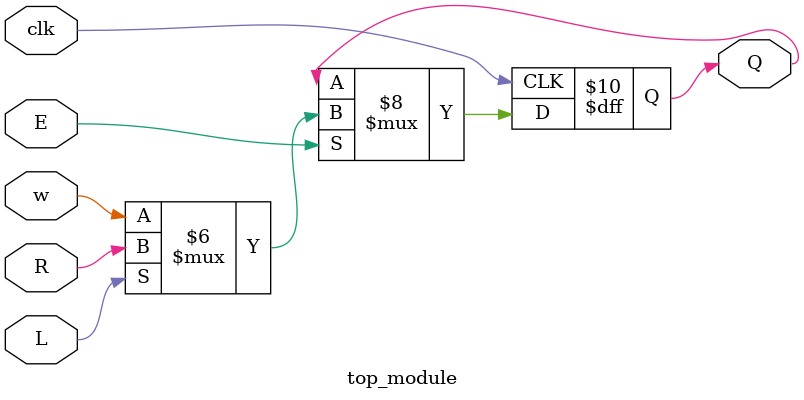
<source format=sv>
module top_module (
	input clk,
	input w,
	input R,
	input E,
	input L,
	output reg Q
);

	always @(posedge clk) begin
		if (E == 1'b1) begin
			if (L == 1'b1)
				Q <= R;
			else
				Q <= w;
		end
		else begin
			Q <= Q;
		end
	end

endmodule

</source>
